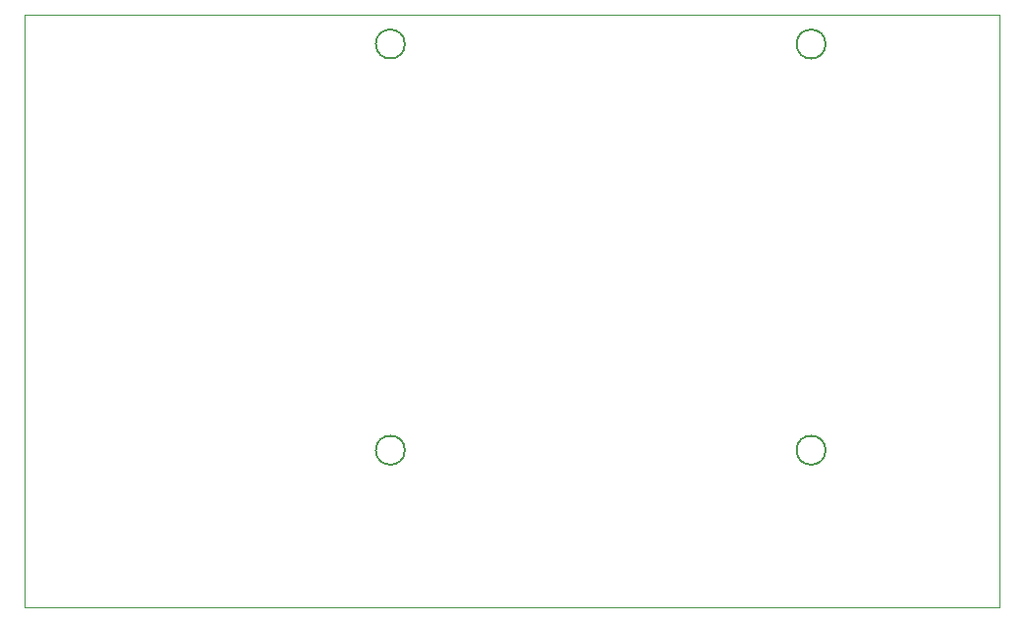
<source format=gbr>
%TF.GenerationSoftware,KiCad,Pcbnew,9.0.2*%
%TF.CreationDate,2025-06-26T14:56:16+08:00*%
%TF.ProjectId,deehli_board,64656568-6c69-45f6-926f-6172642e6b69,rev?*%
%TF.SameCoordinates,Original*%
%TF.FileFunction,Profile,NP*%
%FSLAX46Y46*%
G04 Gerber Fmt 4.6, Leading zero omitted, Abs format (unit mm)*
G04 Created by KiCad (PCBNEW 9.0.2) date 2025-06-26 14:56:16*
%MOMM*%
%LPD*%
G01*
G04 APERTURE LIST*
%TA.AperFunction,Profile*%
%ADD10C,0.050000*%
%TD*%
%TA.AperFunction,Profile*%
%ADD11C,0.200000*%
%TD*%
G04 APERTURE END LIST*
D10*
X28000000Y-36391022D02*
X112000000Y-36391022D01*
X112000000Y-87391022D01*
X28000000Y-87391022D01*
X28000000Y-36391022D01*
D11*
X60750000Y-73891022D02*
G75*
G02*
X58250000Y-73891022I-1250000J0D01*
G01*
X58250000Y-73891022D02*
G75*
G02*
X60750000Y-73891022I1250000J0D01*
G01*
X97000000Y-38891022D02*
G75*
G02*
X94500000Y-38891022I-1250000J0D01*
G01*
X94500000Y-38891022D02*
G75*
G02*
X97000000Y-38891022I1250000J0D01*
G01*
X97000000Y-73891022D02*
G75*
G02*
X94500000Y-73891022I-1250000J0D01*
G01*
X94500000Y-73891022D02*
G75*
G02*
X97000000Y-73891022I1250000J0D01*
G01*
X60750000Y-38891022D02*
G75*
G02*
X58250000Y-38891022I-1250000J0D01*
G01*
X58250000Y-38891022D02*
G75*
G02*
X60750000Y-38891022I1250000J0D01*
G01*
M02*

</source>
